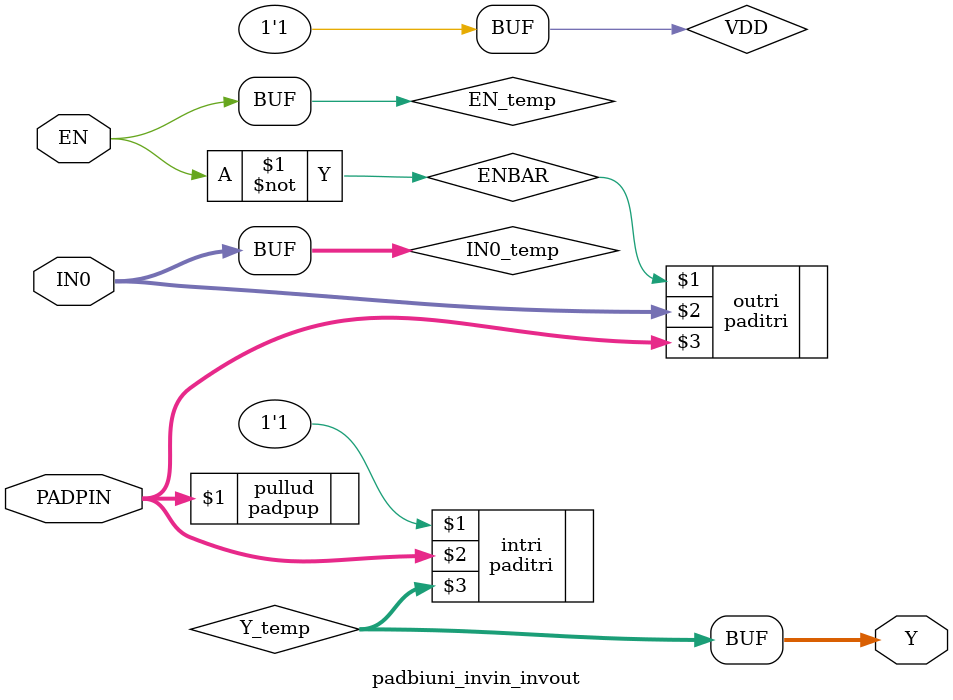
<source format=v>
module padbiuni_invin_invout(EN,IN0,PADPIN,Y);
  parameter M = 7;
  parameter N = 0;
  parameter SLIM_FLAG = 0;
  parameter OUTDRIVE = "4MA";
  parameter LEVEL_SHIFTING = 0;
  parameter SCHMITT_TRIGGER = 0;
  parameter PULL_TYPE = "None";
  parameter
        d_EN_r = 0,
        d_EN_f = 0,
        d_IN0 = 0,
        d_PADPIN = 1,
        d_Y = 1;
  input  EN;
  input [M:N] IN0;
  inout [M:N] PADPIN;
  output [M:N] Y;
  wire  EN_temp;
  wire [M:N] IN0_temp;
  wire [M:N] PADPIN_temp;
  wire [M:N] Y_temp;
  supply1  VDD;
  wire  ENBAR;
  assign #(d_EN_r,d_EN_f) EN_temp = EN;
  assign #(d_IN0) IN0_temp = IN0;
  assign #(d_Y) Y = Y_temp;
  assign
    ENBAR = ( ~ EN_temp);
  padpup #(M,N,PULL_TYPE) pullud (PADPIN);
  paditri #(M,N) outri (ENBAR,IN0_temp,PADPIN);
  paditri #(M,N) intri (VDD,PADPIN,Y_temp);
endmodule

</source>
